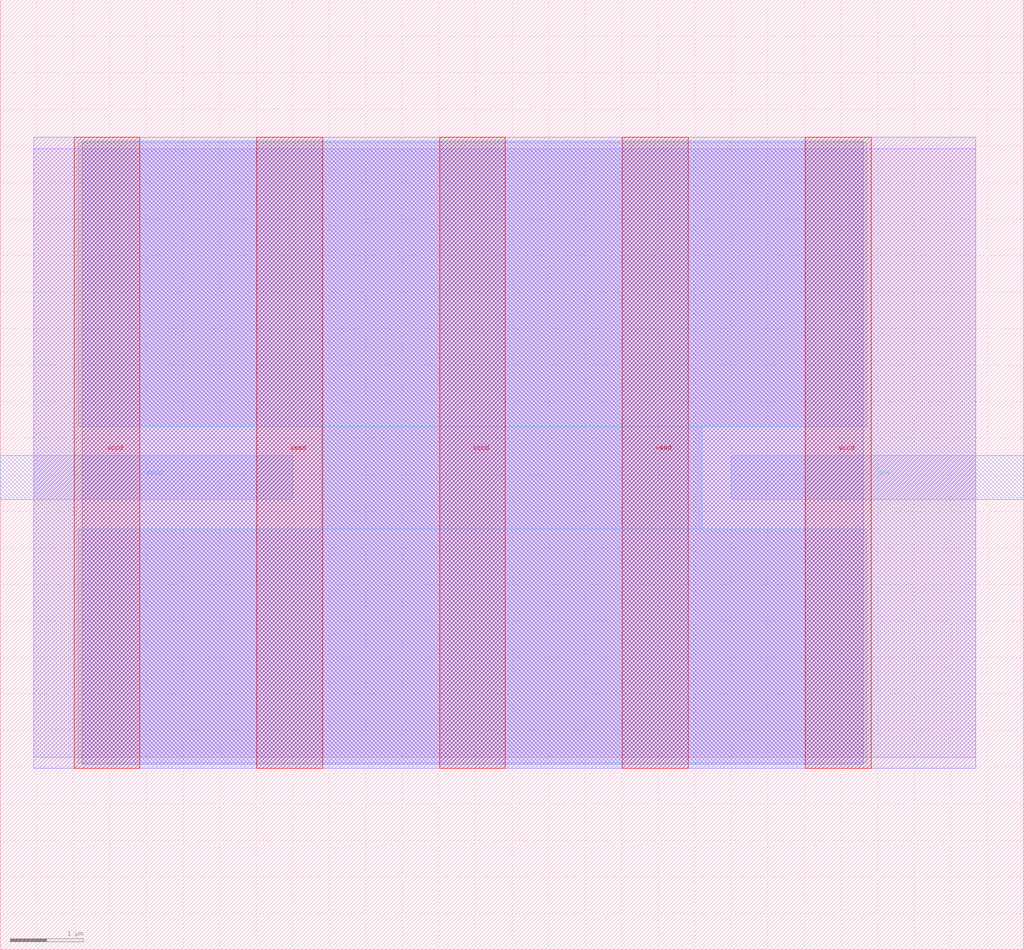
<source format=lef>
VERSION 5.7 ;
  NOWIREEXTENSIONATPIN ON ;
  DIVIDERCHAR "/" ;
  BUSBITCHARS "[]" ;
MACRO constant_block
  CLASS BLOCK ;
  FOREIGN constant_block ;
  ORIGIN 0.000 0.000 ;
  SIZE 14.000 BY 13.000 ;
  PIN one
    DIRECTION OUTPUT TRISTATE ;
    USE SIGNAL ;
    PORT
      LAYER met3 ;
        RECT 10.000 6.160 14.000 6.760 ;
    END
  END one
  PIN vccd
    DIRECTION INOUT ;
    USE POWER ;
    PORT
      LAYER met4 ;
        RECT 1.010 2.480 1.910 11.120 ;
    END
    PORT
      LAYER met4 ;
        RECT 6.010 2.480 6.910 11.120 ;
    END
    PORT
      LAYER met4 ;
        RECT 11.010 2.480 11.910 11.120 ;
    END
  END vccd
  PIN vssd
    DIRECTION INOUT ;
    USE GROUND ;
    PORT
      LAYER met4 ;
        RECT 3.510 2.480 4.410 11.120 ;
    END
    PORT
      LAYER met4 ;
        RECT 8.510 2.480 9.410 11.120 ;
    END
  END vssd
  PIN zero
    DIRECTION OUTPUT TRISTATE ;
    USE SIGNAL ;
    PORT
      LAYER met3 ;
        RECT 0.000 6.160 4.000 6.760 ;
    END
  END zero
  OBS
      LAYER li1 ;
        RECT 0.460 2.635 13.340 10.965 ;
      LAYER met1 ;
        RECT 0.460 2.480 13.340 11.120 ;
      LAYER met2 ;
        RECT 1.120 2.535 11.800 11.065 ;
      LAYER met3 ;
        RECT 1.070 7.160 11.850 11.045 ;
        RECT 4.400 5.760 9.600 7.160 ;
        RECT 1.070 2.555 11.850 5.760 ;
  END
END constant_block
END LIBRARY


</source>
